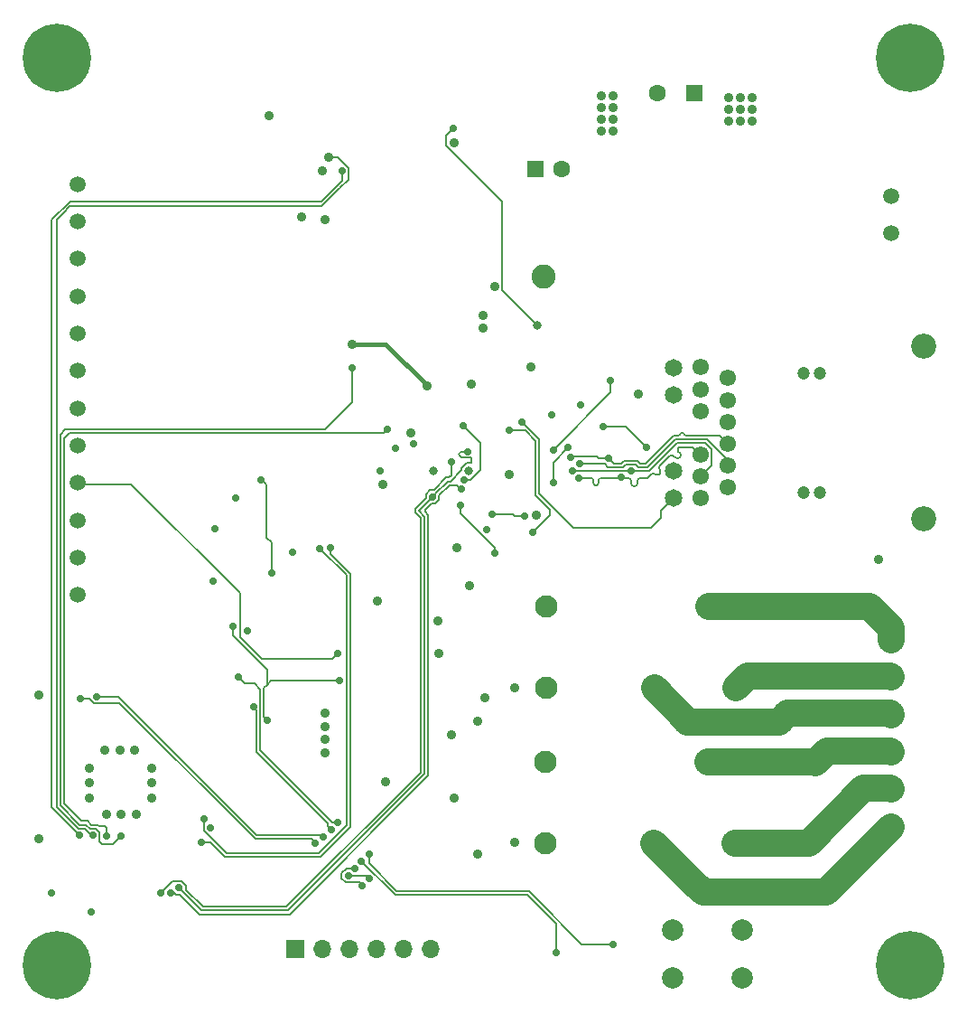
<source format=gbr>
G04 #@! TF.GenerationSoftware,KiCad,Pcbnew,7.0.8*
G04 #@! TF.CreationDate,2023-11-27T13:48:00+01:00*
G04 #@! TF.ProjectId,ESP32-POE-Wiegand-Relay-REV-A,45535033-322d-4504-9f45-2d5769656761,rev?*
G04 #@! TF.SameCoordinates,Original*
G04 #@! TF.FileFunction,Copper,L4,Bot*
G04 #@! TF.FilePolarity,Positive*
%FSLAX46Y46*%
G04 Gerber Fmt 4.6, Leading zero omitted, Abs format (unit mm)*
G04 Created by KiCad (PCBNEW 7.0.8) date 2023-11-27 13:48:00*
%MOMM*%
%LPD*%
G01*
G04 APERTURE LIST*
G04 #@! TA.AperFunction,ComponentPad*
%ADD10C,1.500000*%
G04 #@! TD*
G04 #@! TA.AperFunction,ComponentPad*
%ADD11C,2.000000*%
G04 #@! TD*
G04 #@! TA.AperFunction,ComponentPad*
%ADD12O,1.700000X1.700000*%
G04 #@! TD*
G04 #@! TA.AperFunction,ComponentPad*
%ADD13R,1.700000X1.700000*%
G04 #@! TD*
G04 #@! TA.AperFunction,ComponentPad*
%ADD14C,1.600000*%
G04 #@! TD*
G04 #@! TA.AperFunction,ComponentPad*
%ADD15R,1.600000X1.600000*%
G04 #@! TD*
G04 #@! TA.AperFunction,ComponentPad*
%ADD16C,6.400000*%
G04 #@! TD*
G04 #@! TA.AperFunction,ComponentPad*
%ADD17C,1.550000*%
G04 #@! TD*
G04 #@! TA.AperFunction,ComponentPad*
%ADD18C,1.200000*%
G04 #@! TD*
G04 #@! TA.AperFunction,ComponentPad*
%ADD19C,1.650000*%
G04 #@! TD*
G04 #@! TA.AperFunction,ComponentPad*
%ADD20C,2.355000*%
G04 #@! TD*
G04 #@! TA.AperFunction,ComponentPad*
%ADD21C,2.100000*%
G04 #@! TD*
G04 #@! TA.AperFunction,ComponentPad*
%ADD22C,2.250000*%
G04 #@! TD*
G04 #@! TA.AperFunction,ViaPad*
%ADD23C,0.700000*%
G04 #@! TD*
G04 #@! TA.AperFunction,ViaPad*
%ADD24C,0.900000*%
G04 #@! TD*
G04 #@! TA.AperFunction,ViaPad*
%ADD25C,0.800000*%
G04 #@! TD*
G04 #@! TA.AperFunction,Conductor*
%ADD26C,0.150000*%
G04 #@! TD*
G04 #@! TA.AperFunction,Conductor*
%ADD27C,2.500000*%
G04 #@! TD*
G04 #@! TA.AperFunction,Conductor*
%ADD28C,0.400000*%
G04 #@! TD*
G04 APERTURE END LIST*
D10*
X183900000Y-74300000D03*
X183900000Y-70800000D03*
X183900000Y-67300000D03*
X183900000Y-63800000D03*
X183900000Y-60300000D03*
X183900000Y-56800000D03*
X183900000Y-53300000D03*
X183900000Y-49800000D03*
X183900000Y-46300000D03*
X183900000Y-42800000D03*
X183900000Y-39300000D03*
X183900000Y-35800000D03*
D11*
X239700000Y-110200000D03*
X246200000Y-110200000D03*
X239700000Y-105700000D03*
X246200000Y-105700000D03*
D12*
X217020000Y-107500000D03*
X214480000Y-107500000D03*
X211940000Y-107500000D03*
X209400000Y-107500000D03*
X206860000Y-107500000D03*
D13*
X204320000Y-107500000D03*
D10*
X260200000Y-36900000D03*
X260200000Y-40400000D03*
D14*
X238252651Y-27300000D03*
D15*
X241752651Y-27300000D03*
D16*
X182000000Y-109000000D03*
X262000000Y-109000000D03*
D10*
X260200000Y-78500000D03*
X260200000Y-82000000D03*
X260200000Y-85500000D03*
X260200000Y-89000000D03*
X260200000Y-92500000D03*
X260200000Y-96000000D03*
D17*
X244860000Y-53990000D03*
X244860000Y-56030000D03*
X244860000Y-58070000D03*
X244860000Y-60110000D03*
X244860000Y-62150000D03*
X244860000Y-64190000D03*
X242320000Y-52970000D03*
X242320000Y-55010000D03*
X242320000Y-57050000D03*
X242320000Y-61130000D03*
X242320000Y-63170000D03*
X242320000Y-65210000D03*
D18*
X251970000Y-53500000D03*
X251970000Y-64680000D03*
X253500000Y-53500000D03*
X253500000Y-64680000D03*
D19*
X239780000Y-52995000D03*
X239780000Y-55535000D03*
X239780000Y-62645000D03*
X239780000Y-65185000D03*
D20*
X263270000Y-51025000D03*
X263270000Y-67155000D03*
D14*
X229327621Y-34400000D03*
D15*
X226827621Y-34400000D03*
D21*
X227800000Y-89915000D03*
X243040000Y-89915000D03*
X245580000Y-97535000D03*
X237960000Y-97535000D03*
X227800000Y-97535000D03*
D22*
X227605000Y-44500000D03*
D21*
X227840000Y-75380000D03*
X243080000Y-75380000D03*
X245620000Y-83000000D03*
X238000000Y-83000000D03*
X227840000Y-83000000D03*
D16*
X262000000Y-24000000D03*
X182000000Y-24000000D03*
D23*
X235840000Y-62700000D03*
X210631018Y-101531018D03*
X209900000Y-99900000D03*
D24*
X207150000Y-89100000D03*
X207150000Y-87850000D03*
X207150000Y-86600000D03*
X216700000Y-54700000D03*
X209700000Y-50800000D03*
D25*
X217300000Y-62700000D03*
D24*
X233000000Y-30800000D03*
D23*
X231100000Y-56500000D03*
D24*
X219200000Y-93300000D03*
X188005000Y-94872500D03*
X189295000Y-88827500D03*
D23*
X185200000Y-104000000D03*
D24*
X233000000Y-29700000D03*
X234100000Y-27500000D03*
X219200000Y-31900000D03*
X226900000Y-66800000D03*
X185027500Y-93305000D03*
X219000000Y-87400000D03*
D23*
X228400000Y-57400000D03*
D24*
X190900000Y-91900000D03*
X212000000Y-74900000D03*
X190900000Y-93300000D03*
D23*
X213700000Y-60567500D03*
D24*
X187895000Y-88827500D03*
X234100000Y-30800000D03*
X186495000Y-88827500D03*
D23*
X196800000Y-68100000D03*
X204100000Y-70300000D03*
D24*
X217700000Y-76700000D03*
X234100000Y-29700000D03*
X217800000Y-79800000D03*
X220800000Y-54500000D03*
X233000000Y-28600000D03*
X190900000Y-90500000D03*
X180300000Y-97100000D03*
X186605000Y-94872500D03*
X215200000Y-59100000D03*
X234100000Y-28600000D03*
D23*
X199800000Y-77624500D03*
X196400000Y-96100000D03*
X212300000Y-62700000D03*
D24*
X189405000Y-94872500D03*
X224400000Y-63000000D03*
X259000000Y-71000000D03*
X212800000Y-91800000D03*
X233000000Y-27500000D03*
X180300000Y-83700000D03*
X185027500Y-91905000D03*
X223000000Y-45390000D03*
X206900000Y-34600000D03*
X236500000Y-55500000D03*
X204900000Y-38900000D03*
D23*
X198700000Y-65200000D03*
D24*
X185027500Y-90505000D03*
X207150000Y-85350000D03*
X220700000Y-73400000D03*
D23*
X181500000Y-102200000D03*
D24*
X207100000Y-39100000D03*
D23*
X196600000Y-73000000D03*
D24*
X201900000Y-29400000D03*
D23*
X219000000Y-61800000D03*
X191700000Y-102200000D03*
X225800000Y-66900000D03*
X222800000Y-66700000D03*
X193378158Y-101722548D03*
X220490000Y-60874500D03*
X217200000Y-65100000D03*
X192600000Y-102200000D03*
X219900000Y-64400000D03*
X223000000Y-70400000D03*
X219800000Y-65900000D03*
X230970000Y-62025000D03*
X233700000Y-61500000D03*
X230186062Y-61400500D03*
X234900000Y-63300000D03*
X230911292Y-63309869D03*
X230300000Y-62650000D03*
X228500000Y-60700000D03*
X233900000Y-54200000D03*
X208300000Y-95600000D03*
X234100000Y-107000000D03*
X211233411Y-98533411D03*
X199000000Y-82000000D03*
D25*
X227000000Y-49000000D03*
D23*
X219100000Y-30600000D03*
X224424500Y-58900000D03*
X226600000Y-68400000D03*
X229900000Y-60500000D03*
X228500000Y-63774500D03*
D24*
X244990000Y-29900000D03*
X222100000Y-83900000D03*
X247200000Y-28800000D03*
X246100000Y-27700000D03*
X246100000Y-29900000D03*
X221400000Y-98600000D03*
X246100000Y-28800000D03*
X224900000Y-83000000D03*
X221900000Y-48100000D03*
X221400000Y-86100000D03*
X244990000Y-27700000D03*
X247200000Y-29900000D03*
X221900000Y-49300000D03*
X224900000Y-97500000D03*
X244990000Y-28800000D03*
X247200000Y-27700000D03*
D23*
X200426000Y-84800000D03*
X207700000Y-96300000D03*
X228800000Y-107800000D03*
X210533411Y-99233411D03*
X209700000Y-53000000D03*
X187950000Y-96897500D03*
X186650000Y-96897500D03*
X213000000Y-58800000D03*
D24*
X207500000Y-33300000D03*
D23*
X185350000Y-96797500D03*
X184100000Y-96800000D03*
X208700000Y-34600000D03*
X195775000Y-95225000D03*
X206650353Y-69950353D03*
X208500000Y-82300000D03*
X198500500Y-77200000D03*
X201675500Y-86000000D03*
X195500000Y-97500000D03*
X207641942Y-69841942D03*
X202100000Y-72200000D03*
X201100000Y-63475500D03*
X206940000Y-96980000D03*
X185700000Y-83800000D03*
X184200000Y-84000000D03*
X206220000Y-97520000D03*
X211289429Y-100872607D03*
X209300000Y-100600000D03*
X237300000Y-60500000D03*
X233200000Y-58500000D03*
X225600000Y-58100000D03*
X208300000Y-79800000D03*
X220131844Y-63525500D03*
X220100000Y-58475500D03*
D24*
X212500000Y-63900000D03*
D23*
X222300000Y-68200000D03*
X215400000Y-60100000D03*
D25*
X220600994Y-62674500D03*
D24*
X226400000Y-52900000D03*
X219500000Y-69900000D03*
D26*
X230975000Y-62020000D02*
X230970000Y-62025000D01*
X233336116Y-62020000D02*
X230975000Y-62020000D01*
X233641117Y-62325001D02*
X233336116Y-62020000D01*
X235075000Y-62325000D02*
X233641117Y-62325001D01*
X237350000Y-62350000D02*
X236533884Y-62350000D01*
X235325000Y-62075000D02*
X235075000Y-62325000D01*
X239970000Y-59730000D02*
X237350000Y-62350000D01*
X236533884Y-62350000D02*
X236258884Y-62075000D01*
X242930000Y-59730000D02*
X239970000Y-59730000D01*
X244860000Y-61660000D02*
X242930000Y-59730000D01*
X244860000Y-62150000D02*
X244860000Y-61660000D01*
X236258884Y-62075000D02*
X235325000Y-62075000D01*
X237500500Y-62699500D02*
X235840500Y-62699500D01*
X240120000Y-60080000D02*
X237500500Y-62699500D01*
X242785026Y-60080000D02*
X240120000Y-60080000D01*
X235840500Y-62699500D02*
X235840000Y-62700000D01*
X243370000Y-60664974D02*
X242785026Y-60080000D01*
X243370000Y-62120000D02*
X243370000Y-60664974D01*
X242320000Y-63170000D02*
X243370000Y-62120000D01*
X230325000Y-62675000D02*
X235815000Y-62675000D01*
X235815000Y-62675000D02*
X235840000Y-62700000D01*
X230300000Y-62650000D02*
X230325000Y-62675000D01*
X230911423Y-63310000D02*
X230911292Y-63309869D01*
X230971713Y-63310000D02*
X230911423Y-63310000D01*
X232020000Y-63310000D02*
X230971713Y-63310000D01*
X232270000Y-63798006D02*
X232270000Y-63560000D01*
X234890000Y-63310000D02*
X233020000Y-63310000D01*
X232270000Y-63560000D02*
G75*
G03*
X232020000Y-63310000I-250000J0D01*
G01*
X232269994Y-63798006D02*
G75*
G03*
X232520000Y-64048006I250006J6D01*
G01*
X232520000Y-64048000D02*
G75*
G03*
X232770000Y-63798006I0J250000D01*
G01*
X234900000Y-63300000D02*
X234890000Y-63310000D01*
X233020000Y-63310000D02*
G75*
G03*
X232770000Y-63560000I0J-250000D01*
G01*
X232770000Y-63560000D02*
X232770000Y-63798006D01*
X234925000Y-63325000D02*
X234900000Y-63300000D01*
X235442967Y-63325000D02*
X234925000Y-63325000D01*
X235519974Y-63325000D02*
X235442967Y-63325000D01*
X235819974Y-63818880D02*
X235819974Y-63625000D01*
X236419974Y-63625000D02*
X236419974Y-63818880D01*
X237718169Y-62976807D02*
X237369974Y-63325000D01*
X237369974Y-63325000D02*
X236719974Y-63325000D01*
X238497206Y-62907316D02*
X238427715Y-62976808D01*
X238497207Y-62907315D02*
X238497206Y-62907316D01*
X239416445Y-61278530D02*
X238497206Y-62197768D01*
X239416447Y-61278531D02*
X239416445Y-61278530D01*
X239977804Y-61415624D02*
X239840711Y-61278531D01*
X240402067Y-61415624D02*
X240402068Y-61415624D01*
X240264973Y-60854266D02*
X240402067Y-60991360D01*
X240264974Y-60854266D02*
X240264973Y-60854266D01*
X241620000Y-60430000D02*
X240264974Y-60430000D01*
X235820000Y-63625000D02*
G75*
G03*
X235519974Y-63325000I-300000J0D01*
G01*
X236119974Y-64118874D02*
G75*
G03*
X236419974Y-63818880I26J299974D01*
G01*
X236719974Y-63324974D02*
G75*
G03*
X236419974Y-63625000I26J-300026D01*
G01*
X237718168Y-62976809D02*
X237718169Y-62976807D01*
X238072985Y-62976764D02*
G75*
G03*
X237718169Y-62976810I-177385J-177436D01*
G01*
X238497178Y-62907286D02*
G75*
G03*
X238497206Y-62552542I-177378J177386D01*
G01*
X238497251Y-62197813D02*
G75*
G03*
X238497206Y-62552542I177349J-177387D01*
G01*
X235820020Y-63818880D02*
G75*
G03*
X236119974Y-64118880I299980J-20D01*
G01*
X238072942Y-62976807D02*
G75*
G03*
X238427714Y-62976807I177386J177390D01*
G01*
X239977805Y-61415623D02*
G75*
G03*
X240402067Y-61415623I212131J212131D01*
G01*
X242320000Y-61130000D02*
X241620000Y-60430000D01*
X239840710Y-61278532D02*
G75*
G03*
X239416448Y-61278532I-212131J-212131D01*
G01*
X240402075Y-61415632D02*
G75*
G03*
X240402067Y-60991360I-212175J212132D01*
G01*
X240264942Y-60429968D02*
G75*
G03*
X240264975Y-60854265I212158J-212132D01*
G01*
X241240000Y-59380000D02*
X244130000Y-59380000D01*
X240975184Y-59380000D02*
X241240000Y-59380000D01*
X240857592Y-59262407D02*
X240857592Y-59262408D01*
X240357592Y-59262408D02*
X240357592Y-59262407D01*
X240475184Y-59144815D02*
X240740000Y-59144815D01*
X239820000Y-59380000D02*
X240240000Y-59380000D01*
X237200000Y-62000000D02*
X239820000Y-59380000D01*
X236403858Y-61725000D02*
X236678858Y-62000000D01*
X233700000Y-61500000D02*
X234175001Y-61975000D01*
X244130000Y-59380000D02*
X244860000Y-60110000D01*
X240857600Y-59262408D02*
G75*
G03*
X240975184Y-59380000I117600J8D01*
G01*
X236678858Y-62000000D02*
X237200000Y-62000000D01*
X240857585Y-59262407D02*
G75*
G03*
X240740000Y-59144815I-117585J7D01*
G01*
X234930025Y-61975000D02*
X235180026Y-61725000D01*
X235180026Y-61725000D02*
X236403858Y-61725000D01*
X240475184Y-59144792D02*
G75*
G03*
X240357592Y-59262407I16J-117608D01*
G01*
X234175001Y-61975000D02*
X234930025Y-61975000D01*
X240240000Y-59379992D02*
G75*
G03*
X240357592Y-59262408I0J117592D01*
G01*
X217450000Y-65100000D02*
X217200000Y-65100000D01*
X217475000Y-65075000D02*
X217450000Y-65100000D01*
X217475000Y-64825000D02*
X217475000Y-65075000D01*
X218650000Y-63650000D02*
X217475000Y-64825000D01*
X218900000Y-63650000D02*
X218650000Y-63650000D01*
X219925994Y-62624006D02*
X218900000Y-63650000D01*
X219925994Y-62394905D02*
X219925994Y-62624006D01*
X220380899Y-61940000D02*
X219925994Y-62394905D01*
X220760782Y-61400782D02*
X220870000Y-61510000D01*
X220870000Y-61510000D02*
X220870000Y-61940000D01*
X220870000Y-61940000D02*
X220380899Y-61940000D01*
X220490000Y-60874500D02*
X219865500Y-60874500D01*
X219865500Y-60874500D02*
G75*
G03*
X219670000Y-61070000I0J-195500D01*
G01*
X219950243Y-61400782D02*
X220760782Y-61400782D01*
X219670031Y-61070000D02*
G75*
G03*
X219950243Y-61400781I337469J1800D01*
G01*
X215900000Y-66400000D02*
X217200000Y-65100000D01*
X203655026Y-103850000D02*
X216450000Y-91055026D01*
X195505610Y-103850000D02*
X203655026Y-103850000D01*
X216450000Y-91055026D02*
X216450000Y-66950000D01*
X216450000Y-66950000D02*
X215900000Y-66400000D01*
X193378158Y-101722548D02*
X195505610Y-103850000D01*
X219000000Y-63055026D02*
X219000000Y-61800000D01*
X224700000Y-66700000D02*
X222800000Y-66700000D01*
X225800000Y-66900000D02*
X224900000Y-66900000D01*
X224900000Y-66900000D02*
X224700000Y-66700000D01*
X193637042Y-101097548D02*
X192802452Y-101097548D01*
X194075292Y-101924708D02*
X194075292Y-101535798D01*
X195650584Y-103500000D02*
X194075292Y-101924708D01*
X216100000Y-67094974D02*
X216100000Y-90910052D01*
X203510053Y-103500000D02*
X195650584Y-103500000D01*
X215550000Y-66544974D02*
X216100000Y-67094974D01*
X194075292Y-101535798D02*
X193637042Y-101097548D01*
X215550000Y-66255026D02*
X215550000Y-66544974D01*
X216575000Y-65230026D02*
X215550000Y-66255026D01*
X216575000Y-64841116D02*
X216575000Y-65230026D01*
X218505026Y-63300000D02*
X217330026Y-64475000D01*
X192802452Y-101097548D02*
X191700000Y-102200000D01*
X218755026Y-63300000D02*
X218505026Y-63300000D01*
X217330026Y-64475000D02*
X216941116Y-64475000D01*
X216941116Y-64475000D02*
X216575000Y-64841116D01*
X216100000Y-90910052D02*
X203510053Y-103500000D01*
X219000000Y-63055026D02*
X218755026Y-63300000D01*
X185075000Y-84000000D02*
X184200000Y-84000000D01*
X185441116Y-84425000D02*
X185075000Y-84058884D01*
X187830026Y-84425000D02*
X185441116Y-84425000D01*
X205860000Y-97160000D02*
X200565026Y-97160000D01*
X185075000Y-84058884D02*
X185075000Y-84000000D01*
X206220000Y-97520000D02*
X205860000Y-97160000D01*
X200565026Y-97160000D02*
X187830026Y-84425000D01*
X206770000Y-96810000D02*
X200710000Y-96810000D01*
X206940000Y-96980000D02*
X206770000Y-96810000D01*
X200710000Y-96810000D02*
X187700000Y-83800000D01*
X187700000Y-83800000D02*
X185700000Y-83800000D01*
X200700500Y-85074500D02*
X200426000Y-84800000D01*
X207375000Y-95975000D02*
X207375000Y-95669974D01*
X207375000Y-95669974D02*
X200700500Y-88995475D01*
X207700000Y-96300000D02*
X207375000Y-95975000D01*
X200700500Y-88995475D02*
X200700500Y-85074500D01*
X199600000Y-82600000D02*
X199000000Y-82000000D01*
X200500000Y-82600000D02*
X199600000Y-82600000D01*
X201050500Y-88850500D02*
X201050500Y-83150500D01*
X201050500Y-83150500D02*
X200500000Y-82600000D01*
X208300000Y-95600000D02*
X207800000Y-95600000D01*
X207800000Y-95600000D02*
X201050500Y-88850500D01*
X211016822Y-100600000D02*
X209300000Y-100600000D01*
X211289429Y-100872607D02*
X211016822Y-100600000D01*
X210325000Y-101225000D02*
X209041116Y-101225000D01*
X210631018Y-101531018D02*
X210325000Y-101225000D01*
X209041116Y-101225000D02*
X208675000Y-100858884D01*
X208675000Y-100858884D02*
X208675000Y-100341116D01*
X208675000Y-100341116D02*
X209116116Y-99900000D01*
X209116116Y-99900000D02*
X209900000Y-99900000D01*
D27*
X260200000Y-77400000D02*
X260200000Y-78500000D01*
X258180000Y-75380000D02*
X260200000Y-77400000D01*
X243080000Y-75380000D02*
X258180000Y-75380000D01*
X254100000Y-102100000D02*
X260200000Y-96000000D01*
X242600000Y-102100000D02*
X254100000Y-102100000D01*
X242100000Y-101600000D02*
X242600000Y-102100000D01*
X242025000Y-101600000D02*
X242100000Y-101600000D01*
X237960000Y-97535000D02*
X242025000Y-101600000D01*
D26*
X186650000Y-96150000D02*
X186650000Y-96897500D01*
X186425000Y-95925000D02*
X186650000Y-96150000D01*
X185925000Y-95925000D02*
X186425000Y-95925000D01*
X185822500Y-95822500D02*
X185925000Y-95925000D01*
X185212448Y-95822500D02*
X185822500Y-95822500D01*
X184259922Y-95475000D02*
X184864948Y-95475000D01*
X182650000Y-93865078D02*
X184259922Y-95475000D01*
X182650000Y-59650000D02*
X182650000Y-93865078D01*
X184864948Y-95475000D02*
X185212448Y-95822500D01*
X212650000Y-59150000D02*
X183150000Y-59150000D01*
X183150000Y-59150000D02*
X182650000Y-59650000D01*
X213000000Y-58800000D02*
X212650000Y-59150000D01*
X182742900Y-58800000D02*
X207100000Y-58800000D01*
X182300000Y-59242900D02*
X182742900Y-58800000D01*
X182300000Y-94010052D02*
X182300000Y-59242900D01*
X184114948Y-95825000D02*
X182300000Y-94010052D01*
X184719974Y-95825000D02*
X184114948Y-95825000D01*
X185079295Y-96184321D02*
X184719974Y-95825000D01*
X185091116Y-96172500D02*
X185079295Y-96184321D01*
X185608884Y-96172500D02*
X185091116Y-96172500D01*
X207100000Y-58800000D02*
X209700000Y-56200000D01*
X186200000Y-97600000D02*
X185975000Y-97375000D01*
X209700000Y-56200000D02*
X209700000Y-53000000D01*
X185975000Y-96538616D02*
X185608884Y-96172500D01*
X187247500Y-97600000D02*
X186200000Y-97600000D01*
X187950000Y-96897500D02*
X187247500Y-97600000D01*
X185975000Y-97375000D02*
X185975000Y-96538616D01*
X199125000Y-78230026D02*
X199125000Y-74125000D01*
X188900000Y-63900000D02*
X184000000Y-63900000D01*
X201194974Y-80300000D02*
X199125000Y-78230026D01*
X184000000Y-63900000D02*
X183900000Y-63800000D01*
X208300000Y-79800000D02*
X207800000Y-80300000D01*
X207800000Y-80300000D02*
X201194974Y-80300000D01*
X199125000Y-74125000D02*
X188900000Y-63900000D01*
D27*
X252465000Y-97535000D02*
X245580000Y-97535000D01*
X260100000Y-92400000D02*
X257600000Y-92400000D01*
X260200000Y-92500000D02*
X260100000Y-92400000D01*
X257600000Y-92400000D02*
X252465000Y-97535000D01*
X253015000Y-89915000D02*
X243040000Y-89915000D01*
X254200000Y-88900000D02*
X253100000Y-90000000D01*
X260100000Y-88900000D02*
X254200000Y-88900000D01*
X260200000Y-89000000D02*
X260100000Y-88900000D01*
X253100000Y-90000000D02*
X253015000Y-89915000D01*
X249700000Y-86200000D02*
X241100000Y-86200000D01*
X260100000Y-85400000D02*
X250500000Y-85400000D01*
X260200000Y-85500000D02*
X260100000Y-85400000D01*
X250500000Y-85400000D02*
X249700000Y-86200000D01*
X241100000Y-86200000D02*
X241100000Y-86100000D01*
X241100000Y-86100000D02*
X238000000Y-83000000D01*
X260100000Y-81900000D02*
X260200000Y-82000000D01*
X246720000Y-81900000D02*
X260100000Y-81900000D01*
X245620000Y-83000000D02*
X246720000Y-81900000D01*
D28*
X209700000Y-50800000D02*
X212832500Y-50800000D01*
X212832500Y-50800000D02*
X216700000Y-54667500D01*
X216700000Y-54667500D02*
X216700000Y-54700000D01*
X216732500Y-54700000D02*
X216700000Y-54700000D01*
X216800000Y-54767500D02*
X216732500Y-54700000D01*
D26*
X202100000Y-69400000D02*
X202100000Y-72200000D01*
X201600000Y-63975500D02*
X201600000Y-68900000D01*
X201100000Y-63475500D02*
X201600000Y-63975500D01*
X201600000Y-68900000D02*
X202100000Y-69400000D01*
X216500000Y-66294974D02*
X217069974Y-65725000D01*
X216800000Y-91200000D02*
X216800000Y-66805025D01*
X192600000Y-102200000D02*
X192971726Y-102200000D01*
X195360636Y-104200000D02*
X203800001Y-104200000D01*
X216800000Y-66805025D02*
X216500000Y-66505026D01*
X192971726Y-102200000D02*
X193119274Y-102347548D01*
X193119274Y-102347548D02*
X193508184Y-102347548D01*
X219500000Y-64000000D02*
X219900000Y-64400000D01*
X217069974Y-65725000D02*
X217458884Y-65725000D01*
X217825000Y-65358884D02*
X217825000Y-64969974D01*
X217458884Y-65725000D02*
X217825000Y-65358884D01*
X218794974Y-64000000D02*
X219500000Y-64000000D01*
X217825000Y-64969974D02*
X218794974Y-64000000D01*
X193508184Y-102347548D02*
X195360636Y-104200000D01*
X216500000Y-66505026D02*
X216500000Y-66294974D01*
X203800001Y-104200000D02*
X216800000Y-91200000D01*
X219800000Y-65900000D02*
X219800000Y-66674500D01*
X219800000Y-66674500D02*
X223000000Y-69874500D01*
X223000000Y-69874500D02*
X223000000Y-70400000D01*
X232783884Y-61500000D02*
X232583884Y-61300000D01*
X230286562Y-61300000D02*
X230186062Y-61400500D01*
X244860000Y-60070051D02*
X244860000Y-60110000D01*
X232583884Y-61300000D02*
X230286562Y-61300000D01*
X233700000Y-61500000D02*
X232783884Y-61500000D01*
X233900000Y-55300000D02*
X233900000Y-54200000D01*
X228500000Y-60700000D02*
X233900000Y-55300000D01*
X226244974Y-102050000D02*
X213844974Y-102050000D01*
X226700000Y-102500000D02*
X226694974Y-102500000D01*
X213844974Y-102050000D02*
X211233411Y-99438437D01*
X231200000Y-107000000D02*
X226700000Y-102500000D01*
X211233411Y-99438437D02*
X211233411Y-98533411D01*
X226694974Y-102500000D02*
X226244974Y-102050000D01*
X234100000Y-107000000D02*
X231200000Y-107000000D01*
X223725000Y-37450000D02*
X223725000Y-45725000D01*
X218475000Y-31225000D02*
X218475000Y-32200000D01*
X218475000Y-32200000D02*
X223725000Y-37450000D01*
X219100000Y-30600000D02*
X218475000Y-31225000D01*
X223725000Y-45725000D02*
X227000000Y-49000000D01*
X225902513Y-58897487D02*
X225900000Y-58900000D01*
X226850000Y-64944974D02*
X226850000Y-59844974D01*
X228202513Y-66297487D02*
X226850000Y-64944974D01*
X228202513Y-66797487D02*
X228202513Y-66297487D01*
X226850000Y-59844974D02*
X225902513Y-58897487D01*
X225900000Y-58900000D02*
X224424500Y-58900000D01*
X226600000Y-68400000D02*
X228202513Y-66797487D01*
X228500000Y-61900000D02*
X228500000Y-63774500D01*
X229900000Y-60500000D02*
X228500000Y-61900000D01*
X213700000Y-102400000D02*
X210533411Y-99233411D01*
X228800000Y-107800000D02*
X228800000Y-105100000D01*
X228800000Y-105100000D02*
X226100000Y-102400000D01*
X226100000Y-102400000D02*
X213700000Y-102400000D01*
X187950000Y-96897500D02*
X187752500Y-96700000D01*
X209325000Y-34341116D02*
X208283884Y-33300000D01*
X181950000Y-39150000D02*
X182594974Y-38505026D01*
X209325000Y-35375000D02*
X209325000Y-34341116D01*
X206805026Y-37900000D02*
X208505026Y-36200000D01*
X183200000Y-37900000D02*
X206805026Y-37900000D01*
X184575000Y-96175000D02*
X183969974Y-96175000D01*
X208283884Y-33300000D02*
X207500000Y-33300000D01*
X185350000Y-96797500D02*
X185197500Y-96797500D01*
X182594974Y-38505026D02*
X183200000Y-37900000D01*
X183969974Y-96175000D02*
X181950000Y-94155026D01*
X208500000Y-36200000D02*
X209325000Y-35375000D01*
X181950000Y-94155026D02*
X181950000Y-39150000D01*
X185197500Y-96797500D02*
X184575000Y-96175000D01*
X181500000Y-39105026D02*
X183205026Y-37400000D01*
X208700000Y-35505026D02*
X208700000Y-34600000D01*
X183205026Y-37400000D02*
X206805026Y-37400000D01*
X181500000Y-94200000D02*
X181500000Y-39105026D01*
X208355026Y-35850000D02*
X208700000Y-35505026D01*
X184100000Y-96800000D02*
X181500000Y-94200000D01*
X206805026Y-37400000D02*
X208355026Y-35850000D01*
X197905987Y-98505987D02*
X195775000Y-96375000D01*
X206512606Y-98505987D02*
X197905987Y-98505987D01*
X195775000Y-96375000D02*
X195775000Y-95225000D01*
X209125000Y-72425000D02*
X209125000Y-95893593D01*
X209125000Y-95893593D02*
X206512606Y-98505987D01*
X206650353Y-69950353D02*
X209125000Y-72425000D01*
X195900000Y-95100000D02*
X195775000Y-95225000D01*
X201675500Y-81275500D02*
X201675500Y-82700000D01*
X201400500Y-83005525D02*
X201385238Y-82990262D01*
X208500000Y-82300000D02*
X202075500Y-82300000D01*
X198500500Y-78100500D02*
X201675500Y-81275500D01*
X201400500Y-85725000D02*
X201400500Y-83005525D01*
X198500500Y-77200000D02*
X198500500Y-78100500D01*
X201385238Y-82990262D02*
X201675500Y-82700000D01*
X202075500Y-82300000D02*
X201675500Y-82700000D01*
X201675500Y-86000000D02*
X201400500Y-85725000D01*
X197761013Y-98855987D02*
X196405026Y-97500000D01*
X207641942Y-70446968D02*
X209475000Y-72280026D01*
X207641942Y-69841942D02*
X207641942Y-70446968D01*
X196405026Y-97500000D02*
X195500000Y-97500000D01*
X209475000Y-72280026D02*
X209475000Y-96038568D01*
X206657580Y-98855987D02*
X197761013Y-98855987D01*
X209475000Y-96038568D02*
X206657580Y-98855987D01*
X237300000Y-60500000D02*
X235300000Y-58500000D01*
X235300000Y-58500000D02*
X233200000Y-58500000D01*
X238600000Y-67100000D02*
X238600000Y-66365000D01*
X225600000Y-58100000D02*
X227200000Y-59700000D01*
X230400000Y-68000000D02*
X237700000Y-68000000D01*
X237700000Y-68000000D02*
X238600000Y-67100000D01*
X227200000Y-64800000D02*
X230400000Y-68000000D01*
X238600000Y-66365000D02*
X239780000Y-65185000D01*
X227200000Y-59700000D02*
X227200000Y-64800000D01*
X220131844Y-63525500D02*
X220729095Y-63525500D01*
X220729095Y-63525500D02*
X221700000Y-62554595D01*
X221700000Y-62554595D02*
X221700000Y-60075500D01*
X221700000Y-60075500D02*
X220100000Y-58475500D01*
M02*

</source>
